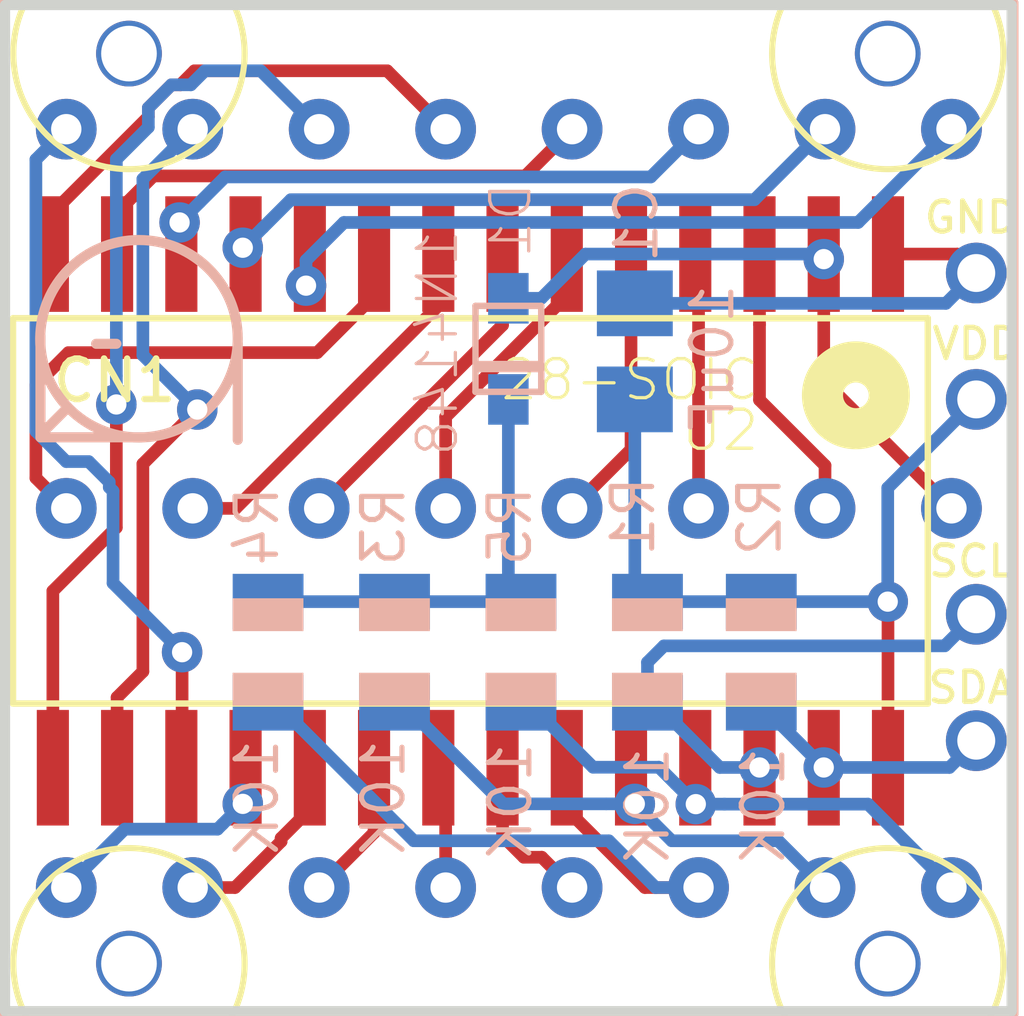
<source format=kicad_pcb>
(kicad_pcb (version 20171130) (host pcbnew "(5.0.0-rc2-dev-623-g26197c333)")

  (general
    (thickness 1.6)
    (drawings 26)
    (tracks 170)
    (zones 0)
    (modules 14)
    (nets 30)
  )

  (page A4)
  (layers
    (0 Top signal hide)
    (31 Bottom signal hide)
    (32 B.Adhes user hide)
    (33 F.Adhes user hide)
    (34 B.Paste user hide)
    (35 F.Paste user hide)
    (36 B.SilkS user hide)
    (37 F.SilkS user)
    (38 B.Mask user)
    (39 F.Mask user)
    (40 Dwgs.User user hide)
    (41 Cmts.User user hide)
    (42 Eco1.User user hide)
    (43 Eco2.User user hide)
    (44 Edge.Cuts user)
    (45 Margin user hide)
    (46 B.CrtYd user hide)
    (47 F.CrtYd user hide)
    (48 B.Fab user hide)
    (49 F.Fab user hide)
  )

  (setup
    (last_trace_width 0.1524)
    (trace_clearance 0.1524)
    (zone_clearance 0.508)
    (zone_45_only no)
    (trace_min 0.1524)
    (segment_width 0.2)
    (edge_width 0.15)
    (via_size 0.6858)
    (via_drill 0.3302)
    (via_min_size 0.508)
    (via_min_drill 0.254)
    (uvia_size 0.6858)
    (uvia_drill 0.3302)
    (uvias_allowed no)
    (uvia_min_size 0.2)
    (uvia_min_drill 0.1)
    (pcb_text_width 0.3)
    (pcb_text_size 1.5 1.5)
    (mod_edge_width 0.15)
    (mod_text_size 1 1)
    (mod_text_width 0.15)
    (pad_size 1.3 1.3)
    (pad_drill 1.1)
    (pad_to_mask_clearance 0.0508)
    (aux_axis_origin 0 0)
    (visible_elements 7FFFFFFF)
    (pcbplotparams
      (layerselection 0x010fc_ffffffff)
      (usegerberextensions false)
      (usegerberattributes false)
      (usegerberadvancedattributes false)
      (creategerberjobfile false)
      (excludeedgelayer true)
      (linewidth 0.100000)
      (plotframeref false)
      (viasonmask false)
      (mode 1)
      (useauxorigin false)
      (hpglpennumber 1)
      (hpglpenspeed 20)
      (hpglpendiameter 15)
      (psnegative false)
      (psa4output false)
      (plotreference true)
      (plotvalue true)
      (plotinvisibletext false)
      (padsonsilk false)
      (subtractmaskfromsilk false)
      (outputformat 1)
      (mirror false)
      (drillshape 1)
      (scaleselection 1)
      (outputdirectory ""))
  )

  (net 0 "")
  (net 1 VDD)
  (net 2 GND)
  (net 3 /SCL)
  (net 4 /SDA)
  (net 5 /A1)
  (net 6 /A0)
  (net 7 "Net-(D1-PadC)")
  (net 8 "Net-(LED2-Pad13)")
  (net 9 "Net-(LED2-Pad14)")
  (net 10 "Net-(LED2-Pad15)")
  (net 11 "Net-(LED2-Pad12)")
  (net 12 "Net-(LED2-Pad11)")
  (net 13 "Net-(LED2-Pad10)")
  (net 14 "Net-(LED2-Pad9)")
  (net 15 /A2)
  (net 16 "Net-(LED2-Pad23)")
  (net 17 "Net-(D1-PadA)")
  (net 18 "Net-(LED2-Pad20)")
  (net 19 "Net-(LED2-Pad19)")
  (net 20 "Net-(LED2-Pad17)")
  (net 21 "Net-(LED2-Pad5)")
  (net 22 "Net-(LED2-Pad4)")
  (net 23 "Net-(LED2-Pad24)")
  (net 24 "Net-(LED2-Pad22)")
  (net 25 "Net-(LED2-Pad21)")
  (net 26 "Net-(LED2-Pad18)")
  (net 27 "Net-(LED2-Pad3)")
  (net 28 "Net-(LED2-Pad2)")
  (net 29 "Net-(LED2-Pad1)")

  (net_class Default "This is the default net class."
    (clearance 0.1524)
    (trace_width 0.1524)
    (via_dia 0.6858)
    (via_drill 0.3302)
    (uvia_dia 0.6858)
    (uvia_drill 0.3302)
    (add_net /A0)
    (add_net /A1)
    (add_net /A2)
    (add_net /SCL)
    (add_net /SDA)
    (add_net GND)
    (add_net "Net-(D1-PadA)")
    (add_net "Net-(D1-PadC)")
    (add_net "Net-(LED2-Pad1)")
    (add_net "Net-(LED2-Pad10)")
    (add_net "Net-(LED2-Pad11)")
    (add_net "Net-(LED2-Pad12)")
    (add_net "Net-(LED2-Pad13)")
    (add_net "Net-(LED2-Pad14)")
    (add_net "Net-(LED2-Pad15)")
    (add_net "Net-(LED2-Pad17)")
    (add_net "Net-(LED2-Pad18)")
    (add_net "Net-(LED2-Pad19)")
    (add_net "Net-(LED2-Pad2)")
    (add_net "Net-(LED2-Pad20)")
    (add_net "Net-(LED2-Pad21)")
    (add_net "Net-(LED2-Pad22)")
    (add_net "Net-(LED2-Pad23)")
    (add_net "Net-(LED2-Pad24)")
    (add_net "Net-(LED2-Pad3)")
    (add_net "Net-(LED2-Pad4)")
    (add_net "Net-(LED2-Pad5)")
    (add_net "Net-(LED2-Pad9)")
    (add_net VDD)
  )

  (module Connectors:1pin (layer Top) (tedit 5B2780E1) (tstamp 5B27A49C)
    (at 154.75 95.66)
    (descr "module 1 pin (ou trou mecanique de percage)")
    (tags DEV)
    (fp_text reference REF** (at 0 -3.048) (layer F.SilkS) hide
      (effects (font (size 1 1) (thickness 0.15)))
    )
    (fp_text value 1pin (at 0 3) (layer F.Fab) hide
      (effects (font (size 1 1) (thickness 0.15)))
    )
    (fp_circle (center 0 0) (end 0 -2.286) (layer F.SilkS) (width 0.12))
    (fp_circle (center 0 0) (end 2.6 0) (layer F.CrtYd) (width 0.05))
    (fp_circle (center 0 0) (end 2 0.8) (layer F.Fab) (width 0.1))
    (pad "" thru_hole circle (at 0 0) (size 1.3 1.3) (drill 1.1) (layers *.Cu *.Mask))
  )

  (module Connectors:1pin (layer Top) (tedit 5B27809F) (tstamp 5B27A49C)
    (at 154.75 113.66)
    (descr "module 1 pin (ou trou mecanique de percage)")
    (tags DEV)
    (fp_text reference REF** (at 0 -3.048) (layer F.SilkS) hide
      (effects (font (size 1 1) (thickness 0.15)))
    )
    (fp_text value 1pin (at 0 3) (layer F.Fab) hide
      (effects (font (size 1 1) (thickness 0.15)))
    )
    (fp_circle (center 0 0) (end 0 -2.286) (layer F.SilkS) (width 0.12))
    (fp_circle (center 0 0) (end 2.6 0) (layer F.CrtYd) (width 0.05))
    (fp_circle (center 0 0) (end 2 0.8) (layer F.Fab) (width 0.1))
    (pad "" thru_hole circle (at 0 0) (size 1.3 1.3) (drill 1.1) (layers *.Cu *.Mask))
  )

  (module Connectors:1pin (layer Top) (tedit 5B2780BB) (tstamp 5B27A49C)
    (at 139.75 113.66)
    (descr "module 1 pin (ou trou mecanique de percage)")
    (tags DEV)
    (fp_text reference REF** (at 0 -3.048) (layer F.SilkS) hide
      (effects (font (size 1 1) (thickness 0.15)))
    )
    (fp_text value 1pin (at 0 3) (layer F.Fab) hide
      (effects (font (size 1 1) (thickness 0.15)))
    )
    (fp_circle (center 0 0) (end 0 -2.286) (layer F.SilkS) (width 0.12))
    (fp_circle (center 0 0) (end 2.6 0) (layer F.CrtYd) (width 0.05))
    (fp_circle (center 0 0) (end 2 0.8) (layer F.Fab) (width 0.1))
    (pad "" thru_hole circle (at 0 0) (size 1.3 1.3) (drill 1.1) (layers *.Cu *.Mask))
  )

  (module Connectors:1pin (layer Top) (tedit 5B2780CB) (tstamp 5B27A483)
    (at 139.75 95.66)
    (descr "module 1 pin (ou trou mecanique de percage)")
    (tags DEV)
    (fp_text reference REF** (at 0 -3.048) (layer F.SilkS) hide
      (effects (font (size 1 1) (thickness 0.15)))
    )
    (fp_text value 1pin (at 0 3) (layer F.Fab) hide
      (effects (font (size 1 1) (thickness 0.15)))
    )
    (fp_circle (center 0 0) (end 2 0.8) (layer F.Fab) (width 0.1))
    (fp_circle (center 0 0) (end 2.6 0) (layer F.CrtYd) (width 0.05))
    (fp_circle (center 0 0) (end 0 -2.286) (layer F.SilkS) (width 0.12))
    (pad "" thru_hole circle (at 0 0) (size 1.3 1.3) (drill 1.1) (layers *.Cu *.Mask))
  )

  (module "Adafruit bicolor 8x8:788AHG" (layer Bottom) (tedit 5AF04231) (tstamp 5AEB611F)
    (at 138.51 112.155)
    (descr "<b>Source: </b>http://www.betlux.com/product/led_dot_matrix/BL-M12A883xx.PDF")
    (path /221661FE)
    (fp_text reference LED2 (at 35.74 -26.995) (layer B.SilkS)
      (effects (font (size 0.8 0.8) (thickness 0.1016)) (justify left bottom mirror))
    )
    (fp_text value DISP_SEGMENT_8X8_BICOLOR_ROWCATHODEMI2A883XX (at 36.24 -28.995) (layer B.SilkS)
      (effects (font (size 0.8 0.8) (thickness 0.1016)) (justify left bottom mirror))
    )
    (fp_poly (pts (xy 22.47 9.96) (xy 25.47 9.96) (xy 25.47 12.96) (xy 22.47 12.96)) (layer B.Fab) (width 0))
    (fp_line (start -1.25 2.5) (end 18.75 2.5) (layer B.SilkS) (width 0.15))
    (fp_line (start 18.75 2.5) (end 18.75 -17.5) (layer B.SilkS) (width 0.15))
    (fp_line (start 18.75 -17.5) (end -1.25 -17.5) (layer B.SilkS) (width 0.15))
    (fp_line (start -1.25 -17.5) (end -1.25 2.5) (layer B.SilkS) (width 0.15))
    (pad 24 thru_hole circle (at 17.5 -15 180) (size 1.2 1.2) (drill 0.6) (layers *.Cu *.Mask)
      (net 23 "Net-(LED2-Pad24)") (solder_mask_margin 0.1016))
    (pad 23 thru_hole circle (at 15 -15 180) (size 1.2 1.2) (drill 0.6) (layers *.Cu *.Mask)
      (net 16 "Net-(LED2-Pad23)") (solder_mask_margin 0.1016))
    (pad 22 thru_hole circle (at 12.5 -15 180) (size 1.2 1.2) (drill 0.6) (layers *.Cu *.Mask)
      (net 24 "Net-(LED2-Pad22)") (solder_mask_margin 0.1016))
    (pad 21 thru_hole circle (at 10 -15 180) (size 1.2 1.2) (drill 0.6) (layers *.Cu *.Mask)
      (net 25 "Net-(LED2-Pad21)") (solder_mask_margin 0.1016))
    (pad 20 thru_hole circle (at 7.5 -15 180) (size 1.2 1.2) (drill 0.6) (layers *.Cu *.Mask)
      (net 18 "Net-(LED2-Pad20)") (solder_mask_margin 0.1016))
    (pad 19 thru_hole circle (at 5 -15 180) (size 1.2 1.2) (drill 0.6) (layers *.Cu *.Mask)
      (net 19 "Net-(LED2-Pad19)") (solder_mask_margin 0.1016))
    (pad 18 thru_hole circle (at 2.5 -15 180) (size 1.2 1.2) (drill 0.6) (layers *.Cu *.Mask)
      (net 26 "Net-(LED2-Pad18)") (solder_mask_margin 0.1016))
    (pad 17 thru_hole circle (at 0 -15 180) (size 1.2 1.2) (drill 0.6) (layers *.Cu *.Mask)
      (net 20 "Net-(LED2-Pad17)") (solder_mask_margin 0.1016))
    (pad 16 thru_hole circle (at 17.5 -7.5 180) (size 1.2 1.2) (drill 0.6) (layers *.Cu *.Mask)
      (net 17 "Net-(D1-PadA)") (solder_mask_margin 0.1016))
    (pad 15 thru_hole circle (at 15 -7.5 180) (size 1.2 1.2) (drill 0.6) (layers *.Cu *.Mask)
      (net 10 "Net-(LED2-Pad15)") (solder_mask_margin 0.1016))
    (pad 14 thru_hole circle (at 12.5 -7.5 180) (size 1.2 1.2) (drill 0.6) (layers *.Cu *.Mask)
      (net 9 "Net-(LED2-Pad14)") (solder_mask_margin 0.1016))
    (pad 13 thru_hole circle (at 10 -7.5 180) (size 1.2 1.2) (drill 0.6) (layers *.Cu *.Mask)
      (net 8 "Net-(LED2-Pad13)") (solder_mask_margin 0.1016))
    (pad 12 thru_hole circle (at 7.5 -7.5 180) (size 1.2 1.2) (drill 0.6) (layers *.Cu *.Mask)
      (net 11 "Net-(LED2-Pad12)") (solder_mask_margin 0.1016))
    (pad 11 thru_hole circle (at 5 -7.5 180) (size 1.2 1.2) (drill 0.6) (layers *.Cu *.Mask)
      (net 12 "Net-(LED2-Pad11)") (solder_mask_margin 0.1016))
    (pad 10 thru_hole circle (at 2.5 -7.5 180) (size 1.2 1.2) (drill 0.6) (layers *.Cu *.Mask)
      (net 13 "Net-(LED2-Pad10)") (solder_mask_margin 0.1016))
    (pad 9 thru_hole circle (at 0 -7.5 180) (size 1.2 1.2) (drill 0.6) (layers *.Cu *.Mask)
      (net 14 "Net-(LED2-Pad9)") (solder_mask_margin 0.1016))
    (pad 8 thru_hole circle (at 17.5 0 180) (size 1.2 1.2) (drill 0.6) (layers *.Cu *.Mask)
      (net 15 /A2) (solder_mask_margin 0.1016))
    (pad 7 thru_hole circle (at 15 0 180) (size 1.2 1.2) (drill 0.6) (layers *.Cu *.Mask)
      (net 5 /A1) (solder_mask_margin 0.1016))
    (pad 6 thru_hole circle (at 12.5 0 180) (size 1.2 1.2) (drill 0.6) (layers *.Cu *.Mask)
      (net 6 /A0) (solder_mask_margin 0.1016))
    (pad 5 thru_hole circle (at 10 0 180) (size 1.2 1.2) (drill 0.6) (layers *.Cu *.Mask)
      (net 21 "Net-(LED2-Pad5)") (solder_mask_margin 0.1016))
    (pad 4 thru_hole circle (at 7.5 0 180) (size 1.2 1.2) (drill 0.6) (layers *.Cu *.Mask)
      (net 22 "Net-(LED2-Pad4)") (solder_mask_margin 0.1016))
    (pad 3 thru_hole circle (at 5 0 180) (size 1.2 1.2) (drill 0.6) (layers *.Cu *.Mask)
      (net 27 "Net-(LED2-Pad3)") (solder_mask_margin 0.1016))
    (pad 2 thru_hole circle (at 2.5 0 180) (size 1.2 1.2) (drill 0.6) (layers *.Cu *.Mask)
      (net 28 "Net-(LED2-Pad2)") (solder_mask_margin 0.1016))
    (pad 1 thru_hole circle (at 0 0 180) (size 1.2 1.2) (drill 0.6) (layers *.Cu *.Mask)
      (net 29 "Net-(LED2-Pad1)") (solder_mask_margin 0.1016))
  )

  (module "Adafruit bicolor 8x8:R0805" (layer Bottom) (tedit 0) (tstamp 5AF09EE7)
    (at 145 107.5 270)
    (descr "<b>RESISTOR</b><p>\nchip")
    (path /2A684572)
    (fp_text reference R3 (at -3.34 -0.25 270) (layer B.SilkS)
      (effects (font (size 0.8 0.8) (thickness 0.1016)) (justify left bottom mirror))
    )
    (fp_text value 10K (at 1.66 -0.25 270) (layer B.SilkS)
      (effects (font (size 0.8 0.8) (thickness 0.1016)) (justify left bottom mirror))
    )
    (fp_poly (pts (xy -0.1999 -0.5001) (xy 0.1999 -0.5001) (xy 0.1999 0.5001) (xy -0.1999 0.5001)) (layer B.Adhes) (width 0))
    (fp_poly (pts (xy -1.0668 -0.6985) (xy -0.4168 -0.6985) (xy -0.4168 0.7015) (xy -1.0668 0.7015)) (layer B.SilkS) (width 0))
    (fp_poly (pts (xy 0.4064 -0.6985) (xy 1.0564 -0.6985) (xy 1.0564 0.7015) (xy 0.4064 0.7015)) (layer B.SilkS) (width 0))
    (fp_line (start -1.973 -0.983) (end -1.973 0.983) (layer Dwgs.User) (width 0.0508))
    (fp_line (start 1.973 -0.983) (end -1.973 -0.983) (layer Dwgs.User) (width 0.0508))
    (fp_line (start 1.973 0.983) (end 1.973 -0.983) (layer Dwgs.User) (width 0.0508))
    (fp_line (start -1.973 0.983) (end 1.973 0.983) (layer Dwgs.User) (width 0.0508))
    (fp_line (start -0.41 -0.635) (end 0.41 -0.635) (layer B.Fab) (width 0.1524))
    (fp_line (start -0.41 0.635) (end 0.41 0.635) (layer B.Fab) (width 0.1524))
    (pad 2 smd rect (at 1 0 270) (size 1.1 1.4) (layers Bottom B.Paste B.Mask)
      (net 5 /A1) (solder_mask_margin 0.1016))
    (pad 1 smd rect (at -1 0 270) (size 1.1 1.4) (layers Bottom B.Paste B.Mask)
      (net 7 "Net-(D1-PadC)") (solder_mask_margin 0.1016))
  )

  (module "Adafruit bicolor 8x8:C0805" (layer Bottom) (tedit 0) (tstamp 5AE9B8A1)
    (at 149.75 101.55 90)
    (descr "<b>CAPACITOR</b><p>\nPad definition corrected 2006.05.15, librarian@cadsoft.de")
    (path /E7D47EA7)
    (fp_text reference C1 (at 3.39 0.5 90) (layer B.SilkS)
      (effects (font (size 0.8 0.8) (thickness 0.1016)) (justify left bottom mirror))
    )
    (fp_text value 10uF (at 1.39 2 90) (layer B.SilkS)
      (effects (font (size 0.8 0.8) (thickness 0.1016)) (justify left bottom mirror))
    )
    (fp_poly (pts (xy -0.1001 -0.4001) (xy 0.1001 -0.4001) (xy 0.1001 0.4001) (xy -0.1001 0.4001)) (layer B.Adhes) (width 0))
    (fp_poly (pts (xy 0.3556 -0.7239) (xy 1.1057 -0.7239) (xy 1.1057 0.7262) (xy 0.3556 0.7262)) (layer B.Fab) (width 0))
    (fp_poly (pts (xy -1.0922 -0.7239) (xy -0.3421 -0.7239) (xy -0.3421 0.7262) (xy -1.0922 0.7262)) (layer B.Fab) (width 0))
    (fp_line (start 1.973 0.983) (end 1.973 -0.983) (layer Dwgs.User) (width 0.0508))
    (fp_line (start -0.356 -0.66) (end 0.381 -0.66) (layer B.Fab) (width 0.1016))
    (fp_line (start -0.381 0.66) (end 0.381 0.66) (layer B.Fab) (width 0.1016))
    (fp_line (start -1.973 -0.983) (end -1.973 0.983) (layer Dwgs.User) (width 0.0508))
    (fp_line (start 1.973 -0.983) (end -1.973 -0.983) (layer Dwgs.User) (width 0.0508))
    (fp_line (start -1.973 0.983) (end 1.973 0.983) (layer Dwgs.User) (width 0.0508))
    (pad 2 smd rect (at 0.95 0 90) (size 1.3 1.5) (layers Bottom B.Paste B.Mask)
      (net 2 GND) (solder_mask_margin 0.1016))
    (pad 1 smd rect (at -0.95 0 90) (size 1.3 1.5) (layers Bottom B.Paste B.Mask)
      (net 1 VDD) (solder_mask_margin 0.1016))
  )

  (module "Adafruit bicolor 8x8:R0805" (layer Bottom) (tedit 0) (tstamp 5B27ADF5)
    (at 150 107.5 270)
    (descr "<b>RESISTOR</b><p>\nchip")
    (path /DE04AF3C)
    (fp_text reference R1 (at -1.84 0.75 270) (layer B.SilkS)
      (effects (font (size 0.8 0.8) (thickness 0.1016)) (justify right top mirror))
    )
    (fp_text value 10K (at 4.272 0.464 270) (layer B.SilkS)
      (effects (font (size 0.8 0.8) (thickness 0.1016)) (justify right top mirror))
    )
    (fp_poly (pts (xy -0.1999 -0.5001) (xy 0.1999 -0.5001) (xy 0.1999 0.5001) (xy -0.1999 0.5001)) (layer B.Adhes) (width 0))
    (fp_poly (pts (xy -1.0668 -0.6985) (xy -0.4168 -0.6985) (xy -0.4168 0.7015) (xy -1.0668 0.7015)) (layer B.SilkS) (width 0))
    (fp_poly (pts (xy 0.4064 -0.6985) (xy 1.0564 -0.6985) (xy 1.0564 0.7015) (xy 0.4064 0.7015)) (layer B.SilkS) (width 0))
    (fp_line (start -1.973 -0.983) (end -1.973 0.983) (layer Dwgs.User) (width 0.0508))
    (fp_line (start 1.973 -0.983) (end -1.973 -0.983) (layer Dwgs.User) (width 0.0508))
    (fp_line (start 1.973 0.983) (end 1.973 -0.983) (layer Dwgs.User) (width 0.0508))
    (fp_line (start -1.973 0.983) (end 1.973 0.983) (layer Dwgs.User) (width 0.0508))
    (fp_line (start -0.41 -0.635) (end 0.41 -0.635) (layer B.Fab) (width 0.1524))
    (fp_line (start -0.41 0.635) (end 0.41 0.635) (layer B.Fab) (width 0.1524))
    (pad 2 smd rect (at 1 0 270) (size 1.1 1.4) (layers Bottom B.Paste B.Mask)
      (net 3 /SCL) (solder_mask_margin 0.1016))
    (pad 1 smd rect (at -1 0 270) (size 1.1 1.4) (layers Bottom B.Paste B.Mask)
      (net 1 VDD) (solder_mask_margin 0.1016))
  )

  (module "Adafruit bicolor 8x8:SOP28_300MIL" (layer Top) (tedit 0) (tstamp 5AF1AF32)
    (at 146.5 104.705 180)
    (path /73CE8659)
    (fp_text reference U2 (at -5.75 2.045 180) (layer F.SilkS)
      (effects (font (size 0.77216 0.77216) (thickness 0.065024)) (justify right top))
    )
    (fp_text value 28-SOIC (at -5.75 3.045 180) (layer F.SilkS)
      (effects (font (size 0.77216 0.77216) (thickness 0.065024)) (justify right top))
    )
    (fp_line (start 9.0424 3.81) (end 9.0424 -3.81) (layer F.Fab) (width 0.127))
    (fp_line (start 9.0424 -3.81) (end -9.0424 -3.81) (layer F.Fab) (width 0.127))
    (fp_line (start -9.0424 -3.81) (end -9.0424 3.81) (layer F.Fab) (width 0.127))
    (fp_line (start -9.0424 3.81) (end 9.0424 3.81) (layer F.Fab) (width 0.127))
    (fp_line (start 8.8646 3.302) (end 8.8646 -3.302) (layer F.Fab) (width 0.127))
    (fp_line (start 8.8646 -3.302) (end -8.8646 -3.302) (layer F.Fab) (width 0.127))
    (fp_line (start -8.8646 -3.302) (end -8.8646 3.302) (layer F.Fab) (width 0.127))
    (fp_line (start -8.8646 3.302) (end 8.8646 3.302) (layer F.Fab) (width 0.127))
    (fp_line (start 9.0424 -3.81) (end -9.0424 -3.81) (layer F.SilkS) (width 0.127))
    (fp_line (start -9.0424 -3.81) (end -9.0424 3.81) (layer F.SilkS) (width 0.127))
    (fp_line (start 9.0424 3.81) (end 9.0424 -3.81) (layer F.SilkS) (width 0.127))
    (fp_line (start -9.0424 3.81) (end 9.0424 3.81) (layer F.SilkS) (width 0.127))
    (fp_circle (center -7.62 2.286) (end -7.366 2.286) (layer F.SilkS) (width 0.8128))
    (fp_poly (pts (xy -8.509 5.588) (xy -8.001 5.588) (xy -8.001 3.8735) (xy -8.509 3.8735)) (layer F.Fab) (width 0))
    (fp_poly (pts (xy -7.239 5.5879) (xy -6.731 5.5879) (xy -6.731 3.8735) (xy -7.239 3.8735)) (layer F.Fab) (width 0))
    (fp_poly (pts (xy -5.969 5.5879) (xy -5.461 5.5879) (xy -5.461 3.8735) (xy -5.969 3.8735)) (layer F.Fab) (width 0))
    (fp_poly (pts (xy -4.699 5.5879) (xy -4.191 5.5879) (xy -4.191 3.8735) (xy -4.699 3.8735)) (layer F.Fab) (width 0))
    (fp_poly (pts (xy -3.429 5.5879) (xy -2.921 5.5879) (xy -2.921 3.8735) (xy -3.429 3.8735)) (layer F.Fab) (width 0))
    (fp_poly (pts (xy -2.159 5.5879) (xy -1.651 5.5879) (xy -1.651 3.8735) (xy -2.159 3.8735)) (layer F.Fab) (width 0))
    (fp_poly (pts (xy -0.889 5.5879) (xy -0.381 5.5879) (xy -0.381 3.8735) (xy -0.889 3.8735)) (layer F.Fab) (width 0))
    (fp_poly (pts (xy 0.381 5.5879) (xy 0.889 5.5879) (xy 0.889 3.8735) (xy 0.381 3.8735)) (layer F.Fab) (width 0))
    (fp_poly (pts (xy 1.651 5.5879) (xy 2.159 5.5879) (xy 2.159 3.8735) (xy 1.651 3.8735)) (layer F.Fab) (width 0))
    (fp_poly (pts (xy 2.921 5.5879) (xy 3.429 5.5879) (xy 3.429 3.8735) (xy 2.921 3.8735)) (layer F.Fab) (width 0))
    (fp_poly (pts (xy 4.191 5.5879) (xy 4.699 5.5879) (xy 4.699 3.8735) (xy 4.191 3.8735)) (layer F.Fab) (width 0))
    (fp_poly (pts (xy 5.461 5.5879) (xy 5.969 5.5879) (xy 5.969 3.8735) (xy 5.461 3.8735)) (layer F.Fab) (width 0))
    (fp_poly (pts (xy 6.731 5.5879) (xy 7.239 5.5879) (xy 7.239 3.8735) (xy 6.731 3.8735)) (layer F.Fab) (width 0))
    (fp_poly (pts (xy 8.001 5.5879) (xy 8.509 5.5879) (xy 8.509 3.8735) (xy 8.001 3.8735)) (layer F.Fab) (width 0))
    (fp_poly (pts (xy 8.509 -5.5879) (xy 8.001 -5.5879) (xy 8.001 -3.8735) (xy 8.509 -3.8735)) (layer F.Fab) (width 0))
    (fp_poly (pts (xy 7.239 -5.5879) (xy 6.731 -5.5879) (xy 6.731 -3.8735) (xy 7.239 -3.8735)) (layer F.Fab) (width 0))
    (fp_poly (pts (xy 5.969 -5.5879) (xy 5.461 -5.5879) (xy 5.461 -3.8735) (xy 5.969 -3.8735)) (layer F.Fab) (width 0))
    (fp_poly (pts (xy 4.699 -5.5879) (xy 4.191 -5.5879) (xy 4.191 -3.8735) (xy 4.699 -3.8735)) (layer F.Fab) (width 0))
    (fp_poly (pts (xy 3.429 -5.5879) (xy 2.921 -5.5879) (xy 2.921 -3.8735) (xy 3.429 -3.8735)) (layer F.Fab) (width 0))
    (fp_poly (pts (xy 2.159 -5.5879) (xy 1.651 -5.5879) (xy 1.651 -3.8735) (xy 2.159 -3.8735)) (layer F.Fab) (width 0))
    (fp_poly (pts (xy 0.889 -5.5879) (xy 0.381 -5.5879) (xy 0.381 -3.8735) (xy 0.889 -3.8735)) (layer F.Fab) (width 0))
    (fp_poly (pts (xy -0.381 -5.5879) (xy -0.889 -5.5879) (xy -0.889 -3.8735) (xy -0.381 -3.8735)) (layer F.Fab) (width 0))
    (fp_poly (pts (xy -1.651 -5.5879) (xy -2.159 -5.5879) (xy -2.159 -3.8735) (xy -1.651 -3.8735)) (layer F.Fab) (width 0))
    (fp_poly (pts (xy -2.921 -5.5879) (xy -3.429 -5.5879) (xy -3.429 -3.8735) (xy -2.921 -3.8735)) (layer F.Fab) (width 0))
    (fp_poly (pts (xy -4.191 -5.5879) (xy -4.699 -5.5879) (xy -4.699 -3.8735) (xy -4.191 -3.8735)) (layer F.Fab) (width 0))
    (fp_poly (pts (xy -5.461 -5.5879) (xy -5.969 -5.5879) (xy -5.969 -3.8735) (xy -5.461 -3.8735)) (layer F.Fab) (width 0))
    (fp_poly (pts (xy -6.731 -5.5879) (xy -7.239 -5.5879) (xy -7.239 -3.8735) (xy -6.731 -3.8735)) (layer F.Fab) (width 0))
    (fp_poly (pts (xy -8.001 -5.5879) (xy -8.509 -5.5879) (xy -8.509 -3.8735) (xy -8.001 -3.8735)) (layer F.Fab) (width 0))
    (pad P$1 smd rect (at -8.255 5.08 180) (size 0.635 2.286) (layers Top F.Paste F.Mask)
      (net 2 GND) (solder_mask_margin 0.1016))
    (pad P$2 smd rect (at -6.985 5.08 180) (size 0.635 2.286) (layers Top F.Paste F.Mask)
      (net 17 "Net-(D1-PadA)") (solder_mask_margin 0.1016))
    (pad P$3 smd rect (at -5.715 5.08 180) (size 0.635 2.286) (layers Top F.Paste F.Mask)
      (net 10 "Net-(LED2-Pad15)") (solder_mask_margin 0.1016))
    (pad P$4 smd rect (at -4.445 5.08 180) (size 0.635 2.286) (layers Top F.Paste F.Mask)
      (net 9 "Net-(LED2-Pad14)") (solder_mask_margin 0.1016))
    (pad P$5 smd rect (at -3.175 5.08 180) (size 0.635 2.286) (layers Top F.Paste F.Mask)
      (net 8 "Net-(LED2-Pad13)") (solder_mask_margin 0.1016))
    (pad P$6 smd rect (at -1.905 5.08 180) (size 0.635 2.286) (layers Top F.Paste F.Mask)
      (net 11 "Net-(LED2-Pad12)") (solder_mask_margin 0.1016))
    (pad P$7 smd rect (at -0.635 5.08 180) (size 0.635 2.286) (layers Top F.Paste F.Mask)
      (net 12 "Net-(LED2-Pad11)") (solder_mask_margin 0.1016))
    (pad P$8 smd rect (at 0.635 5.08 180) (size 0.635 2.286) (layers Top F.Paste F.Mask)
      (net 13 "Net-(LED2-Pad10)") (solder_mask_margin 0.1016))
    (pad P$9 smd rect (at 1.905 5.08 180) (size 0.635 2.286) (layers Top F.Paste F.Mask)
      (net 14 "Net-(LED2-Pad9)") (solder_mask_margin 0.1016))
    (pad P$10 smd rect (at 3.175 5.08 180) (size 0.635 2.286) (layers Top F.Paste F.Mask)
      (net 23 "Net-(LED2-Pad24)") (solder_mask_margin 0.1016))
    (pad P$11 smd rect (at 4.445 5.08 180) (size 0.635 2.286) (layers Top F.Paste F.Mask)
      (net 16 "Net-(LED2-Pad23)") (solder_mask_margin 0.1016))
    (pad P$12 smd rect (at 5.715 5.08 180) (size 0.635 2.286) (layers Top F.Paste F.Mask)
      (net 24 "Net-(LED2-Pad22)") (solder_mask_margin 0.1016))
    (pad P$13 smd rect (at 6.985 5.08 180) (size 0.635 2.286) (layers Top F.Paste F.Mask)
      (net 25 "Net-(LED2-Pad21)") (solder_mask_margin 0.1016))
    (pad P$14 smd rect (at 8.255 5.08 180) (size 0.635 2.286) (layers Top F.Paste F.Mask)
      (net 18 "Net-(LED2-Pad20)") (solder_mask_margin 0.1016))
    (pad P$15 smd rect (at 8.255 -5.08) (size 0.635 2.286) (layers Top F.Paste F.Mask)
      (net 19 "Net-(LED2-Pad19)") (solder_mask_margin 0.1016))
    (pad P$16 smd rect (at 6.985 -5.08) (size 0.635 2.286) (layers Top F.Paste F.Mask)
      (net 26 "Net-(LED2-Pad18)") (solder_mask_margin 0.1016))
    (pad P$17 smd rect (at 5.715 -5.08) (size 0.635 2.286) (layers Top F.Paste F.Mask)
      (net 20 "Net-(LED2-Pad17)") (solder_mask_margin 0.1016))
    (pad P$18 smd rect (at 4.445 -5.08) (size 0.635 2.286) (layers Top F.Paste F.Mask)
      (net 29 "Net-(LED2-Pad1)") (solder_mask_margin 0.1016))
    (pad P$19 smd rect (at 3.175 -5.08) (size 0.635 2.286) (layers Top F.Paste F.Mask)
      (net 28 "Net-(LED2-Pad2)") (solder_mask_margin 0.1016))
    (pad P$20 smd rect (at 1.905 -5.08) (size 0.635 2.286) (layers Top F.Paste F.Mask)
      (net 27 "Net-(LED2-Pad3)") (solder_mask_margin 0.1016))
    (pad P$21 smd rect (at 0.635 -5.08) (size 0.635 2.286) (layers Top F.Paste F.Mask)
      (net 22 "Net-(LED2-Pad4)") (solder_mask_margin 0.1016))
    (pad P$22 smd rect (at -0.635 -5.08) (size 0.635 2.286) (layers Top F.Paste F.Mask)
      (net 21 "Net-(LED2-Pad5)") (solder_mask_margin 0.1016))
    (pad P$23 smd rect (at -1.905 -5.08) (size 0.635 2.286) (layers Top F.Paste F.Mask)
      (net 6 /A0) (solder_mask_margin 0.1016))
    (pad P$24 smd rect (at -3.175 -5.08) (size 0.635 2.286) (layers Top F.Paste F.Mask)
      (net 5 /A1) (solder_mask_margin 0.1016))
    (pad P$25 smd rect (at -4.445 -5.08) (size 0.635 2.286) (layers Top F.Paste F.Mask)
      (net 15 /A2) (solder_mask_margin 0.1016))
    (pad P$26 smd rect (at -5.715 -5.08) (size 0.635 2.286) (layers Top F.Paste F.Mask)
      (net 3 /SCL) (solder_mask_margin 0.1016))
    (pad P$27 smd rect (at -6.985 -5.08) (size 0.635 2.286) (layers Top F.Paste F.Mask)
      (net 4 /SDA) (solder_mask_margin 0.1016))
    (pad P$28 smd rect (at -8.255 -5.08) (size 0.635 2.286) (layers Top F.Paste F.Mask)
      (net 1 VDD) (solder_mask_margin 0.1016))
  )

  (module "Adafruit bicolor 8x8:R0805" (layer Bottom) (tedit 0) (tstamp 5AF1B2AB)
    (at 152.25 107.5 270)
    (descr "<b>RESISTOR</b><p>\nchip")
    (path /0F3C4881)
    (fp_text reference R2 (at -1.84 0.5 270) (layer B.SilkS)
      (effects (font (size 0.8 0.8) (thickness 0.1016)) (justify right top mirror))
    )
    (fp_text value 10K (at 4.272 0.428 270) (layer B.SilkS)
      (effects (font (size 0.8 0.8) (thickness 0.1016)) (justify right top mirror))
    )
    (fp_poly (pts (xy -0.1999 -0.5001) (xy 0.1999 -0.5001) (xy 0.1999 0.5001) (xy -0.1999 0.5001)) (layer B.Adhes) (width 0))
    (fp_poly (pts (xy -1.0668 -0.6985) (xy -0.4168 -0.6985) (xy -0.4168 0.7015) (xy -1.0668 0.7015)) (layer B.SilkS) (width 0))
    (fp_poly (pts (xy 0.4064 -0.6985) (xy 1.0564 -0.6985) (xy 1.0564 0.7015) (xy 0.4064 0.7015)) (layer B.SilkS) (width 0))
    (fp_line (start -1.973 -0.983) (end -1.973 0.983) (layer Dwgs.User) (width 0.0508))
    (fp_line (start 1.973 -0.983) (end -1.973 -0.983) (layer Dwgs.User) (width 0.0508))
    (fp_line (start 1.973 0.983) (end 1.973 -0.983) (layer Dwgs.User) (width 0.0508))
    (fp_line (start -1.973 0.983) (end 1.973 0.983) (layer Dwgs.User) (width 0.0508))
    (fp_line (start -0.41 -0.635) (end 0.41 -0.635) (layer B.Fab) (width 0.1524))
    (fp_line (start -0.41 0.635) (end 0.41 0.635) (layer B.Fab) (width 0.1524))
    (pad 2 smd rect (at 1 0 270) (size 1.1 1.4) (layers Bottom B.Paste B.Mask)
      (net 4 /SDA) (solder_mask_margin 0.1016))
    (pad 1 smd rect (at -1 0 270) (size 1.1 1.4) (layers Bottom B.Paste B.Mask)
      (net 1 VDD) (solder_mask_margin 0.1016))
  )

  (module "Adafruit bicolor 8x8:1X04-CLEANBIG" (layer Top) (tedit 5B274D30) (tstamp 5AE9B866)
    (at 156.5 104.75 90)
    (path /496D2C97)
    (fp_text reference CN1 (at 3.09 -15.75 180) (layer F.SilkS)
      (effects (font (size 0.8 0.8) (thickness 0.127)) (justify right top))
    )
    (fp_text value 1X4-CLEANBIG (at -2.54 3.175 90) (layer F.SilkS)
      (effects (font (size 0.8 0.8) (thickness 0.1016)) (justify right top))
    )
    (fp_poly (pts (xy -4.064 0.254) (xy -3.556 0.254) (xy -3.556 -0.254) (xy -4.064 -0.254)) (layer F.Fab) (width 0))
    (fp_poly (pts (xy -1.524 0.254) (xy -1.016 0.254) (xy -1.016 -0.254) (xy -1.524 -0.254)) (layer F.Fab) (width 0))
    (fp_poly (pts (xy 1.016 0.254) (xy 1.524 0.254) (xy 1.524 -0.254) (xy 1.016 -0.254)) (layer F.Fab) (width 0))
    (fp_poly (pts (xy 3.556 0.254) (xy 4.064 0.254) (xy 4.064 -0.254) (xy 3.556 -0.254)) (layer F.Fab) (width 0))
    (pad 4 thru_hole circle (at 4.75 0 180) (size 1.2 1.2) (drill 0.75) (layers *.Cu *.Mask)
      (net 2 GND) (solder_mask_margin 0.1016))
    (pad 3 thru_hole circle (at 2.25 0 180) (size 1.2 1.2) (drill 0.75) (layers *.Cu *.Mask)
      (net 1 VDD) (solder_mask_margin 0.1016))
    (pad 2 thru_hole circle (at -2 0 180) (size 1.2 1.2) (drill 0.75) (layers *.Cu *.Mask)
      (net 3 /SCL) (solder_mask_margin 0.1016))
    (pad 1 thru_hole circle (at -4.5 0 180) (size 1.2 1.2) (drill 0.75) (layers *.Cu *.Mask)
      (net 4 /SDA) (solder_mask_margin 0.1016))
  )

  (module "Adafruit bicolor 8x8:R0805" (layer Bottom) (tedit 0) (tstamp 5AF1B257)
    (at 142.5 107.5 270)
    (descr "<b>RESISTOR</b><p>\nchip")
    (path /30FCCEAE)
    (fp_text reference R4 (at -3.34 -0.25 270) (layer B.SilkS)
      (effects (font (size 0.8 0.8) (thickness 0.1016)) (justify left bottom mirror))
    )
    (fp_text value 10K (at 1.66 -0.25 270) (layer B.SilkS)
      (effects (font (size 0.8 0.8) (thickness 0.1016)) (justify left bottom mirror))
    )
    (fp_poly (pts (xy -0.1999 -0.5001) (xy 0.1999 -0.5001) (xy 0.1999 0.5001) (xy -0.1999 0.5001)) (layer B.Adhes) (width 0))
    (fp_poly (pts (xy -1.0668 -0.6985) (xy -0.4168 -0.6985) (xy -0.4168 0.7015) (xy -1.0668 0.7015)) (layer B.SilkS) (width 0))
    (fp_poly (pts (xy 0.4064 -0.6985) (xy 1.0564 -0.6985) (xy 1.0564 0.7015) (xy 0.4064 0.7015)) (layer B.SilkS) (width 0))
    (fp_line (start -1.973 -0.983) (end -1.973 0.983) (layer Dwgs.User) (width 0.0508))
    (fp_line (start 1.973 -0.983) (end -1.973 -0.983) (layer Dwgs.User) (width 0.0508))
    (fp_line (start 1.973 0.983) (end 1.973 -0.983) (layer Dwgs.User) (width 0.0508))
    (fp_line (start -1.973 0.983) (end 1.973 0.983) (layer Dwgs.User) (width 0.0508))
    (fp_line (start -0.41 -0.635) (end 0.41 -0.635) (layer B.Fab) (width 0.1524))
    (fp_line (start -0.41 0.635) (end 0.41 0.635) (layer B.Fab) (width 0.1524))
    (pad 2 smd rect (at 1 0 270) (size 1.1 1.4) (layers Bottom B.Paste B.Mask)
      (net 6 /A0) (solder_mask_margin 0.1016))
    (pad 1 smd rect (at -1 0 270) (size 1.1 1.4) (layers Bottom B.Paste B.Mask)
      (net 7 "Net-(D1-PadC)") (solder_mask_margin 0.1016))
  )

  (module "Adafruit bicolor 8x8:R0805" (layer Bottom) (tedit 0) (tstamp 5AE9B976)
    (at 147.5 107.5 270)
    (descr "<b>RESISTOR</b><p>\nchip")
    (path /40871C63)
    (fp_text reference R5 (at -3.34 -0.25 270) (layer B.SilkS)
      (effects (font (size 0.8 0.8) (thickness 0.1016)) (justify left bottom mirror))
    )
    (fp_text value 10K (at 1.732 -0.258 270) (layer B.SilkS)
      (effects (font (size 0.8 0.8) (thickness 0.1016)) (justify left bottom mirror))
    )
    (fp_poly (pts (xy -0.1999 -0.5001) (xy 0.1999 -0.5001) (xy 0.1999 0.5001) (xy -0.1999 0.5001)) (layer B.Adhes) (width 0))
    (fp_poly (pts (xy -1.0668 -0.6985) (xy -0.4168 -0.6985) (xy -0.4168 0.7015) (xy -1.0668 0.7015)) (layer B.SilkS) (width 0))
    (fp_poly (pts (xy 0.4064 -0.6985) (xy 1.0564 -0.6985) (xy 1.0564 0.7015) (xy 0.4064 0.7015)) (layer B.SilkS) (width 0))
    (fp_line (start -1.973 -0.983) (end -1.973 0.983) (layer Dwgs.User) (width 0.0508))
    (fp_line (start 1.973 -0.983) (end -1.973 -0.983) (layer Dwgs.User) (width 0.0508))
    (fp_line (start 1.973 0.983) (end 1.973 -0.983) (layer Dwgs.User) (width 0.0508))
    (fp_line (start -1.973 0.983) (end 1.973 0.983) (layer Dwgs.User) (width 0.0508))
    (fp_line (start -0.41 -0.635) (end 0.41 -0.635) (layer B.Fab) (width 0.1524))
    (fp_line (start -0.41 0.635) (end 0.41 0.635) (layer B.Fab) (width 0.1524))
    (pad 2 smd rect (at 1 0 270) (size 1.1 1.4) (layers Bottom B.Paste B.Mask)
      (net 15 /A2) (solder_mask_margin 0.1016))
    (pad 1 smd rect (at -1 0 270) (size 1.1 1.4) (layers Bottom B.Paste B.Mask)
      (net 7 "Net-(D1-PadC)") (solder_mask_margin 0.1016))
  )

  (module "Adafruit bicolor 8x8:SOD-323F" (layer Bottom) (tedit 0) (tstamp 5AF1BB18)
    (at 147.25 101.5 270)
    (path /AE17BF77)
    (fp_text reference D1 (at -3.34 -0.5 270) (layer B.SilkS)
      (effects (font (size 0.77216 0.77216) (thickness 0.065024)) (justify left bottom mirror))
    )
    (fp_text value 1N4148 (at -2.4 0.95 270) (layer B.SilkS)
      (effects (font (size 0.77216 0.77216) (thickness 0.065024)) (justify left bottom mirror))
    )
    (fp_line (start 1.2 -0.2) (end 0.9 -0.2) (layer B.Fab) (width 0.127))
    (fp_line (start 1.2 0.2) (end 1.2 -0.2) (layer B.Fab) (width 0.127))
    (fp_line (start 0.9 0.2) (end 1.2 0.2) (layer B.Fab) (width 0.127))
    (fp_line (start -1.2 -0.2) (end -0.9 -0.2) (layer B.Fab) (width 0.127))
    (fp_line (start -1.2 0.2) (end -1.2 -0.2) (layer B.Fab) (width 0.127))
    (fp_line (start -0.9 0.2) (end -1.2 0.2) (layer B.Fab) (width 0.127))
    (fp_line (start 0.3 -0.6) (end 0.3 0.6) (layer B.SilkS) (width 0.127))
    (fp_line (start 0.4 -0.6) (end 0.3 -0.6) (layer B.SilkS) (width 0.127))
    (fp_line (start 0.4 0.6) (end 0.4 -0.6) (layer B.SilkS) (width 0.127))
    (fp_line (start -0.85 -0.65) (end -0.85 0.65) (layer B.SilkS) (width 0.127))
    (fp_line (start 0.85 -0.65) (end -0.85 -0.65) (layer B.SilkS) (width 0.127))
    (fp_line (start 0.85 0.65) (end 0.85 -0.65) (layer B.SilkS) (width 0.127))
    (fp_line (start -0.85 0.65) (end 0.85 0.65) (layer B.SilkS) (width 0.127))
    (pad C smd rect (at 1 0 270) (size 1 0.8) (layers Bottom B.Paste B.Mask)
      (net 7 "Net-(D1-PadC)") (solder_mask_margin 0.1016))
    (pad A smd rect (at -1 0 270) (size 1 0.8) (layers Bottom B.Paste B.Mask)
      (net 17 "Net-(D1-PadA)") (solder_mask_margin 0.1016))
  )

  (gr_text SDA (at 156.4 108.2) (layer F.SilkS) (tstamp 5B27B634)
    (effects (font (size 0.6 0.6) (thickness 0.1)))
  )
  (gr_text SCL (at 156.4 105.7) (layer F.SilkS) (tstamp 5B27B634)
    (effects (font (size 0.6 0.6) (thickness 0.1)))
  )
  (gr_text VDD (at 156.5 101.4) (layer F.SilkS) (tstamp 5B27B634)
    (effects (font (size 0.6 0.6) (thickness 0.1)))
  )
  (gr_text GND (at 156.4 98.9) (layer F.SilkS)
    (effects (font (size 0.6 0.6) (thickness 0.1)))
  )
  (gr_line (start 139.5 101.4) (end 139.1 101.4) (layer B.SilkS) (width 0.2))
  (gr_line (start 141.9 101.4) (end 141.9 103.3) (layer B.SilkS) (width 0.2))
  (gr_line (start 138.5 102.7) (end 138.1 103.1) (layer B.SilkS) (width 0.2) (tstamp 5B277121))
  (gr_circle (center 139.947438 101.3) (end 138.697438 102.8) (layer B.SilkS) (width 0.2) (tstamp 5B2770DA))
  (gr_line (start 138 103.25) (end 138 101.25) (layer B.SilkS) (width 0.2))
  (gr_line (start 140 103.25) (end 138 103.25) (layer B.SilkS) (width 0.2))
  (gr_line (start 157.200249 114.6) (end 137.3 114.6) (layer Edge.Cuts) (width 0.2))
  (gr_line (start 137.3 94.7) (end 157.2 94.7) (layer Edge.Cuts) (width 0.2))
  (gr_line (start 137.3 114.6) (end 137.3 94.7) (layer Edge.Cuts) (width 0.2))
  (gr_line (start 157.2 94.7) (end 157.2 114.6) (layer Edge.Cuts) (width 0.2))
  (gr_text SDA (at 165.5191 103.0986) (layer F.Fab) (tstamp D736480)
    (effects (font (size 0.9652 0.9652) (thickness 0.08128)) (justify right top))
  )
  (gr_text SCL (at 165.5191 100.5586) (layer F.Fab) (tstamp D738820)
    (effects (font (size 0.9652 0.9652) (thickness 0.08128)) (justify right top))
  )
  (gr_text VCC (at 165.5191 108.3056) (layer F.Fab) (tstamp D7374C0)
    (effects (font (size 0.9652 0.9652) (thickness 0.08128)) (justify right top))
  )
  (gr_text GND (at 165.5191 105.7656) (layer F.Fab) (tstamp D7377E0)
    (effects (font (size 0.9652 0.9652) (thickness 0.08128)) (justify right top))
  )
  (gr_text A0 (at 137.0711 108.9406) (layer F.Fab) (tstamp D7376A0)
    (effects (font (size 0.9652 0.9652) (thickness 0.08128)) (justify left bottom))
  )
  (gr_text A1 (at 162.8521 124.8156) (layer F.Fab) (tstamp D738320)
    (effects (font (size 0.9652 0.9652) (thickness 0.08128)) (justify left bottom))
  )
  (gr_text A2 (at 160.5661 124.8156) (layer F.Fab) (tstamp D739900)
    (effects (font (size 0.9652 0.9652) (thickness 0.08128)) (justify left bottom))
  )
  (gr_text D (at 168.0591 102.3366 -90) (layer B.Fab) (tstamp D737E20)
    (effects (font (size 0.9652 0.9652) (thickness 0.08128)) (justify mirror))
  )
  (gr_text C (at 168.0591 99.9236 -90) (layer B.Fab) (tstamp D7386E0)
    (effects (font (size 0.9652 0.9652) (thickness 0.08128)) (justify mirror))
  )
  (gr_text - (at 168.0591 107.4166 -90) (layer B.Fab) (tstamp D738460)
    (effects (font (size 0.9652 0.9652) (thickness 0.08128)) (justify right top mirror))
  )
  (gr_text + (at 167.9321 109.9566) (layer B.Fab) (tstamp D738BE0)
    (effects (font (size 0.9652 0.9652) (thickness 0.08128)) (justify mirror))
  )
  (gr_text "8x8 Bi-Color LED Matrix" (at 129.4511 117.3226 -90) (layer B.SilkS) (tstamp D7371A0)
    (effects (font (size 0.8 0.8) (thickness 0.1016)) (justify left bottom mirror))
  )

  (segment (start 149.75 106.25) (end 150 106.5) (width 0.25) (layer Bottom) (net 1))
  (segment (start 150 106.5) (end 152.25 106.5) (width 0.25) (layer Bottom) (net 1))
  (segment (start 149.75 102.5) (end 149.75 106.25) (width 0.25) (layer Bottom) (net 1))
  (via (at 154.75 106.5) (size 0.8) (drill 0.4) (layers Top Bottom) (net 1))
  (segment (start 154.755 109.785) (end 154.755 106.505) (width 0.25) (layer Top) (net 1))
  (segment (start 154.755 106.505) (end 154.75 106.5) (width 0.25) (layer Top) (net 1))
  (segment (start 154.75 106.5) (end 152.25 106.5) (width 0.25) (layer Bottom) (net 1))
  (segment (start 154.75 104.25) (end 156.5 102.5) (width 0.25) (layer Bottom) (net 1))
  (segment (start 154.75 106.5) (end 154.75 104.25) (width 0.25) (layer Bottom) (net 1))
  (segment (start 156.125 99.625) (end 156.5 100) (width 0.25) (layer Top) (net 2))
  (segment (start 154.755 99.625) (end 156.125 99.625) (width 0.25) (layer Top) (net 2))
  (segment (start 150.75 100.6) (end 149.75 100.6) (width 0.25) (layer Bottom) (net 2))
  (segment (start 155.900001 100.599999) (end 150.75 100.6) (width 0.25) (layer Bottom) (net 2))
  (segment (start 156.5 100) (end 155.900001 100.599999) (width 0.25) (layer Bottom) (net 2))
  (via (at 152.215 109.779987) (size 0.8) (drill 0.4) (layers Top Bottom) (net 3))
  (segment (start 151.429987 109.779987) (end 152.215 109.779987) (width 0.25) (layer Bottom) (net 3))
  (segment (start 150.15 108.5) (end 151.429987 109.779987) (width 0.25) (layer Bottom) (net 3))
  (segment (start 150 108.5) (end 150.15 108.5) (width 0.25) (layer Bottom) (net 3))
  (segment (start 155.900001 107.349999) (end 156.5 106.75) (width 0.25) (layer Bottom) (net 3))
  (segment (start 155.874999 107.375001) (end 155.900001 107.349999) (width 0.25) (layer Bottom) (net 3))
  (segment (start 150.324999 107.375001) (end 155.874999 107.375001) (width 0.25) (layer Bottom) (net 3))
  (segment (start 150 107.7) (end 150.324999 107.375001) (width 0.25) (layer Bottom) (net 3))
  (segment (start 150 108.5) (end 150 107.7) (width 0.25) (layer Bottom) (net 3))
  (via (at 153.485 109.779987) (size 0.8) (drill 0.4) (layers Top Bottom) (net 4))
  (segment (start 152.25 108.5) (end 152.25 108.544987) (width 0.25) (layer Bottom) (net 4))
  (segment (start 152.25 108.544987) (end 153.485 109.779987) (width 0.25) (layer Bottom) (net 4))
  (segment (start 155.970013 109.779987) (end 156.5 109.25) (width 0.25) (layer Bottom) (net 4))
  (segment (start 153.485 109.779987) (end 155.970013 109.779987) (width 0.25) (layer Bottom) (net 4))
  (segment (start 152.584999 111.229999) (end 150.479999 111.229999) (width 0.25) (layer Bottom) (net 5))
  (segment (start 149.184315 110.5) (end 149.75 110.5) (width 0.25) (layer Bottom) (net 5))
  (segment (start 153.51 112.155) (end 152.584999 111.229999) (width 0.25) (layer Bottom) (net 5))
  (segment (start 150.479999 111.229999) (end 150.149999 110.899999) (width 0.25) (layer Bottom) (net 5))
  (segment (start 147.15 110.5) (end 149.184315 110.5) (width 0.25) (layer Bottom) (net 5))
  (segment (start 150.149999 110.899999) (end 149.75 110.5) (width 0.25) (layer Bottom) (net 5))
  (segment (start 145.15 108.5) (end 147.15 110.5) (width 0.25) (layer Bottom) (net 5))
  (segment (start 145 108.5) (end 145.15 108.5) (width 0.25) (layer Bottom) (net 5))
  (via (at 149.75 110.5) (size 0.8) (drill 0.4) (layers Top Bottom) (net 5))
  (segment (start 149.236471 111.229999) (end 150.161472 112.155) (width 0.25) (layer Bottom) (net 6))
  (segment (start 145.379999 111.229999) (end 149.236471 111.229999) (width 0.25) (layer Bottom) (net 6))
  (segment (start 142.65 108.5) (end 145.379999 111.229999) (width 0.25) (layer Bottom) (net 6))
  (segment (start 142.5 108.5) (end 142.65 108.5) (width 0.25) (layer Bottom) (net 6))
  (segment (start 150.161472 112.155) (end 151.01 112.155) (width 0.25) (layer Bottom) (net 6))
  (segment (start 150.161472 112.155) (end 151.01 112.155) (width 0.25) (layer Top) (net 6))
  (segment (start 149.9495 112.155) (end 150.161472 112.155) (width 0.25) (layer Top) (net 6))
  (segment (start 148.405 110.6105) (end 149.9495 112.155) (width 0.25) (layer Top) (net 6))
  (segment (start 148.405 109.785) (end 148.405 110.6105) (width 0.25) (layer Top) (net 6))
  (segment (start 142.5 106.5) (end 145 106.5) (width 0.25) (layer Bottom) (net 7))
  (segment (start 147.25 102.5) (end 147.25 106.25) (width 0.25) (layer Bottom) (net 7))
  (segment (start 145 106.5) (end 147.5 106.5) (width 0.25) (layer Bottom) (net 7))
  (segment (start 147.25 106.25) (end 147.5 106.5) (width 0.25) (layer Bottom) (net 7))
  (segment (start 148.51 104.655) (end 149.675 103.49) (width 0.25) (layer Top) (net 8))
  (segment (start 149.675 103.49) (end 149.675 99.625) (width 0.25) (layer Top) (net 8))
  (segment (start 151.01 104.655) (end 151.01 99.69) (width 0.25) (layer Top) (net 9))
  (segment (start 151.01 99.69) (end 150.945 99.625) (width 0.25) (layer Top) (net 9))
  (segment (start 152.215 101.018) (end 152.215 99.625) (width 0.25) (layer Top) (net 10))
  (segment (start 152.215 102.511472) (end 152.215 101.018) (width 0.25) (layer Top) (net 10))
  (segment (start 153.51 103.806472) (end 152.215 102.511472) (width 0.25) (layer Top) (net 10))
  (segment (start 153.51 104.655) (end 153.51 103.806472) (width 0.25) (layer Top) (net 10))
  (segment (start 146.01 102.8455) (end 148.405 100.4505) (width 0.25) (layer Top) (net 11))
  (segment (start 146.01 104.655) (end 146.01 102.8455) (width 0.25) (layer Top) (net 11))
  (segment (start 148.405 100.4505) (end 148.405 99.625) (width 0.25) (layer Top) (net 11))
  (segment (start 147.135 101.03) (end 147.135 99.625) (width 0.25) (layer Top) (net 12))
  (segment (start 143.51 104.655) (end 147.135 101.03) (width 0.25) (layer Top) (net 12))
  (segment (start 141.858528 104.655) (end 145.865 100.648528) (width 0.25) (layer Top) (net 13))
  (segment (start 141.01 104.655) (end 141.858528 104.655) (width 0.25) (layer Top) (net 13))
  (segment (start 145.865 100.648528) (end 145.865 99.625) (width 0.25) (layer Top) (net 13))
  (segment (start 138.51 104.655) (end 137.910001 104.055001) (width 0.25) (layer Top) (net 14))
  (segment (start 144.595 100.4505) (end 144.595 99.625) (width 0.25) (layer Top) (net 14))
  (segment (start 143.470502 101.574998) (end 144.595 100.4505) (width 0.25) (layer Top) (net 14))
  (segment (start 137.910001 104.055001) (end 137.910001 102.216995) (width 0.25) (layer Top) (net 14))
  (segment (start 137.910001 102.216995) (end 138.551998 101.574998) (width 0.25) (layer Top) (net 14))
  (segment (start 138.551998 101.574998) (end 143.470502 101.574998) (width 0.25) (layer Top) (net 14))
  (via (at 150.955804 110.504987) (size 0.8) (drill 0.4) (layers Top Bottom) (net 15))
  (segment (start 150.555805 110.104988) (end 150.955804 110.504987) (width 0.25) (layer Bottom) (net 15))
  (segment (start 150.225816 109.774999) (end 150.555805 110.104988) (width 0.25) (layer Bottom) (net 15))
  (segment (start 148.924999 109.774999) (end 150.225816 109.774999) (width 0.25) (layer Bottom) (net 15))
  (segment (start 147.65 108.5) (end 148.924999 109.774999) (width 0.25) (layer Bottom) (net 15))
  (segment (start 147.5 108.5) (end 147.65 108.5) (width 0.25) (layer Bottom) (net 15))
  (segment (start 154.359987 110.504987) (end 151.521489 110.504987) (width 0.25) (layer Bottom) (net 15))
  (segment (start 156.01 112.155) (end 154.359987 110.504987) (width 0.25) (layer Bottom) (net 15))
  (segment (start 151.521489 110.504987) (end 150.955804 110.504987) (width 0.25) (layer Bottom) (net 15))
  (via (at 142 99.500006) (size 0.8) (drill 0.4) (layers Top Bottom) (net 16))
  (segment (start 152.115011 98.549989) (end 142.950017 98.549989) (width 0.25) (layer Bottom) (net 16))
  (segment (start 153.51 97.155) (end 152.115011 98.549989) (width 0.25) (layer Bottom) (net 16))
  (segment (start 142.950017 98.549989) (end 142.399999 99.100007) (width 0.25) (layer Bottom) (net 16))
  (segment (start 142.399999 99.100007) (end 142 99.500006) (width 0.25) (layer Bottom) (net 16))
  (segment (start 153.384999 99.624999) (end 153.485 99.725) (width 0.25) (layer Bottom) (net 17))
  (segment (start 148.775001 99.624999) (end 153.384999 99.624999) (width 0.25) (layer Bottom) (net 17))
  (segment (start 147.9 100.5) (end 148.775001 99.624999) (width 0.25) (layer Bottom) (net 17))
  (segment (start 147.25 100.5) (end 147.9 100.5) (width 0.25) (layer Bottom) (net 17))
  (segment (start 153.485 102.13) (end 153.485 99.625) (width 0.25) (layer Top) (net 17))
  (segment (start 156.01 104.655) (end 153.485 102.13) (width 0.25) (layer Top) (net 17))
  (via (at 153.485 99.725) (size 0.8) (drill 0.4) (layers Top Bottom) (net 17))
  (segment (start 140.132599 96.733847) (end 140.132599 96.911901) (width 0.25) (layer Top) (net 18))
  (segment (start 140.588847 96.277599) (end 140.132599 96.733847) (width 0.25) (layer Top) (net 18))
  (segment (start 140.766901 96.277599) (end 140.588847 96.277599) (width 0.25) (layer Top) (net 18))
  (segment (start 141.0445 96) (end 140.766901 96.277599) (width 0.25) (layer Top) (net 18))
  (segment (start 146.01 97.155) (end 144.855 96) (width 0.25) (layer Top) (net 18))
  (segment (start 144.855 96) (end 141.0445 96) (width 0.25) (layer Top) (net 18))
  (segment (start 140.132599 96.911901) (end 138.245 98.7995) (width 0.25) (layer Top) (net 18))
  (segment (start 138.245 98.7995) (end 138.245 99.625) (width 0.25) (layer Top) (net 18))
  (segment (start 139.5 105.034002) (end 139.5 103.165685) (width 0.25) (layer Top) (net 19))
  (segment (start 138.245 109.785) (end 138.245 106.289002) (width 0.25) (layer Top) (net 19))
  (segment (start 139.5 103.165685) (end 139.5 102.6) (width 0.25) (layer Top) (net 19))
  (segment (start 138.245 106.289002) (end 139.5 105.034002) (width 0.25) (layer Top) (net 19))
  (via (at 139.5 102.6) (size 0.8) (drill 0.4) (layers Top Bottom) (net 19))
  (segment (start 139.5 102.034315) (end 139.5 102.6) (width 0.25) (layer Bottom) (net 19))
  (segment (start 139.5 97.75) (end 139.5 102.034315) (width 0.25) (layer Bottom) (net 19))
  (segment (start 142.355 96) (end 141.25 96) (width 0.25) (layer Bottom) (net 19))
  (segment (start 143.51 97.155) (end 142.355 96) (width 0.25) (layer Bottom) (net 19))
  (segment (start 140.132599 97.117401) (end 139.5 97.75) (width 0.25) (layer Bottom) (net 19))
  (segment (start 141.25 96) (end 140.972401 96.277599) (width 0.25) (layer Bottom) (net 19))
  (segment (start 140.972401 96.277599) (end 140.588847 96.277599) (width 0.25) (layer Bottom) (net 19))
  (segment (start 140.588847 96.277599) (end 140.132599 96.733847) (width 0.25) (layer Bottom) (net 19))
  (segment (start 140.132599 96.733847) (end 140.132599 97.117401) (width 0.25) (layer Bottom) (net 19))
  (via (at 140.8 107.5) (size 0.8) (drill 0.4) (layers Top Bottom) (net 20))
  (segment (start 140.8 109.77) (end 140.785 109.785) (width 0.25) (layer Top) (net 20))
  (segment (start 140.8 107.5) (end 140.8 109.77) (width 0.25) (layer Top) (net 20))
  (segment (start 139.435001 104.313297) (end 139.435001 106.135001) (width 0.25) (layer Bottom) (net 20))
  (segment (start 138.51 97.155) (end 137.910001 97.754999) (width 0.25) (layer Bottom) (net 20))
  (segment (start 139.360109 104.238405) (end 139.435001 104.313297) (width 0.25) (layer Bottom) (net 20))
  (segment (start 138.954001 103.729999) (end 139.360109 104.136107) (width 0.25) (layer Bottom) (net 20))
  (segment (start 139.360109 104.136107) (end 139.360109 104.238405) (width 0.25) (layer Bottom) (net 20))
  (segment (start 137.910001 97.754999) (end 137.910001 103.13) (width 0.25) (layer Bottom) (net 20))
  (segment (start 138.51 103.729999) (end 138.954001 103.729999) (width 0.25) (layer Bottom) (net 20))
  (segment (start 140.400001 107.100001) (end 140.8 107.5) (width 0.25) (layer Bottom) (net 20))
  (segment (start 139.435001 106.135001) (end 140.400001 107.100001) (width 0.25) (layer Bottom) (net 20))
  (segment (start 137.910001 103.13) (end 138.51 103.729999) (width 0.25) (layer Bottom) (net 20))
  (segment (start 147.910001 111.555001) (end 147.555001 111.555001) (width 0.25) (layer Top) (net 21))
  (segment (start 148.51 112.155) (end 147.910001 111.555001) (width 0.25) (layer Top) (net 21) (tstamp 5B2745BD))
  (segment (start 147.555001 111.555001) (end 147.135 111.135) (width 0.25) (layer Top) (net 21))
  (segment (start 147.135 111.135) (end 147.135 109.785) (width 0.25) (layer Top) (net 21))
  (segment (start 146.01 112.155) (end 146.01 109.93) (width 0.25) (layer Top) (net 22))
  (segment (start 146.01 109.93) (end 145.865 109.785) (width 0.25) (layer Top) (net 22))
  (via (at 143.25 100.249994) (size 0.8) (drill 0.4) (layers Top Bottom) (net 23))
  (segment (start 154.165 99) (end 144 99) (width 0.25) (layer Bottom) (net 23))
  (segment (start 156.01 97.155) (end 154.165 99) (width 0.25) (layer Bottom) (net 23))
  (segment (start 144 99) (end 143.25 99.75) (width 0.25) (layer Bottom) (net 23))
  (segment (start 143.25 99.75) (end 143.25 100.249994) (width 0.25) (layer Bottom) (net 23))
  (segment (start 151.01 97.155) (end 150.065022 98.099978) (width 0.25) (layer Bottom) (net 24))
  (segment (start 150.065022 98.099978) (end 141.650018 98.099978) (width 0.25) (layer Bottom) (net 24))
  (segment (start 141.650018 98.099978) (end 141.149995 98.600001) (width 0.25) (layer Bottom) (net 24))
  (segment (start 141.149995 98.600001) (end 140.749996 99) (width 0.25) (layer Bottom) (net 24))
  (via (at 140.749996 99) (size 0.8) (drill 0.4) (layers Top Bottom) (net 24))
  (segment (start 147.584999 98.080001) (end 140.234499 98.080001) (width 0.25) (layer Top) (net 25))
  (segment (start 148.51 97.155) (end 147.584999 98.080001) (width 0.25) (layer Top) (net 25))
  (segment (start 140.234499 98.080001) (end 139.515 98.7995) (width 0.25) (layer Top) (net 25))
  (segment (start 139.515 98.7995) (end 139.515 99.625) (width 0.25) (layer Top) (net 25))
  (segment (start 140.024821 98.140179) (end 140.024821 101.624821) (width 0.25) (layer Bottom) (net 26))
  (via (at 141.1 102.7) (size 0.8) (drill 0.4) (layers Top Bottom) (net 26))
  (segment (start 140.024821 103.775179) (end 140.700001 103.099999) (width 0.25) (layer Top) (net 26))
  (segment (start 140.700001 103.099999) (end 141.1 102.7) (width 0.25) (layer Top) (net 26))
  (segment (start 140.700001 102.300001) (end 141.1 102.7) (width 0.25) (layer Bottom) (net 26))
  (segment (start 141.01 97.155) (end 140.024821 98.140179) (width 0.25) (layer Bottom) (net 26))
  (segment (start 139.515 108.392) (end 140.024821 107.882179) (width 0.25) (layer Top) (net 26))
  (segment (start 140.024821 107.882179) (end 140.024821 103.775179) (width 0.25) (layer Top) (net 26))
  (segment (start 140.024821 101.624821) (end 140.700001 102.300001) (width 0.25) (layer Bottom) (net 26))
  (segment (start 139.515 109.785) (end 139.515 108.392) (width 0.25) (layer Top) (net 26))
  (segment (start 143.51 112.155) (end 144.595 111.07) (width 0.25) (layer Top) (net 27))
  (segment (start 144.595 111.07) (end 144.595 109.785) (width 0.25) (layer Top) (net 27))
  (segment (start 142.7575 111.2425) (end 142.7575 111.178) (width 0.25) (layer Top) (net 28))
  (segment (start 141.845 112.155) (end 142.7575 111.2425) (width 0.25) (layer Top) (net 28))
  (segment (start 142.7575 111.178) (end 143.325 110.6105) (width 0.25) (layer Top) (net 28))
  (segment (start 141.01 112.155) (end 141.845 112.155) (width 0.25) (layer Top) (net 28))
  (segment (start 143.325 110.6105) (end 143.325 109.785) (width 0.25) (layer Top) (net 28))
  (segment (start 138.51 112.155) (end 139.664984 111.000016) (width 0.25) (layer Bottom) (net 29))
  (segment (start 139.664984 111.000016) (end 141.500026 111.000016) (width 0.25) (layer Bottom) (net 29))
  (segment (start 141.500026 111.000016) (end 141.600001 110.900041) (width 0.25) (layer Bottom) (net 29))
  (segment (start 141.600001 110.900041) (end 142 110.500042) (width 0.25) (layer Bottom) (net 29))
  (via (at 142 110.500042) (size 0.8) (drill 0.4) (layers Top Bottom) (net 29))

)

</source>
